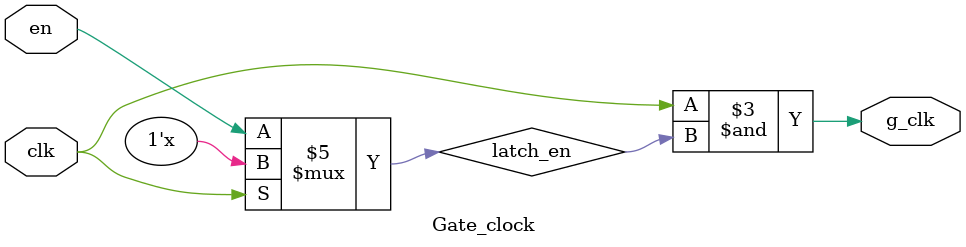
<source format=v>
module Gate_clock(
/*AUTOARG*/
   // Outputs
   g_clk,
   // Inputs
   clk, en
   );

input   clk;
input   en;
output  g_clk;

reg     latch_en;

always@(*)
begin
    if(~clk)
        latch_en = en;
end

assign g_clk = clk & latch_en;

endmodule

</source>
